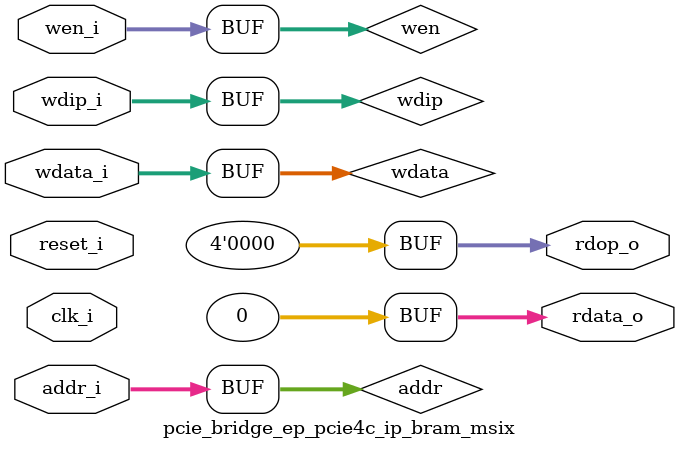
<source format=v>
`timescale 1ps/1ps

(* DowngradeIPIdentifiedWarnings = "yes" *)
module pcie_bridge_ep_pcie4c_ip_bram_msix #(

  parameter           TCQ = 100
, parameter           TO_RAM_PIPELINE="FALSE"
, parameter           FROM_RAM_PIPELINE="FALSE"
, parameter           MSIX_CAP_TABLE_SIZE=11'h0
, parameter           MSIX_TABLE_RAM_ENABLE="FALSE"

  ) (

  input  wire         clk_i,
  input  wire         reset_i,

  input  wire  [12:0] addr_i,
  input  wire  [31:0] wdata_i,
  input  wire   [3:0] wdip_i,
  input  wire   [3:0] wen_i,
  output wire  [31:0] rdata_o,
  output wire   [3:0] rdop_o

  );

  // WIP : Use Total number of functions (PFs + VFs) to calculate the NUM_BRAM_4K
  localparam integer NUM_BRAM_4K = (MSIX_TABLE_RAM_ENABLE == "TRUE") ? 8 : 0 ;
 

  reg          [12:0] addr;
  reg          [12:0] addr_p0;
  reg          [12:0] addr_p1;
  reg          [31:0] wdata;
  reg           [3:0] wdip;
  reg           [3:0] wen;
  reg          [31:0] reg_rdata;
  reg           [3:0] reg_rdop;
  wire         [31:0] rdata;
  wire          [3:0] rdop;
  genvar              i;
  wire    [(8*4)-1:0] bram_4k_wen;
  wire   [(8*32)-1:0] rdata_t;
  wire    [(8*4)-1:0] rdop_t;

  //
  // Optional input pipe stages
  //
  generate

    if (TO_RAM_PIPELINE == "TRUE") begin : TORAMPIPELINE

      always @(posedge clk_i) begin
     
        if (reset_i) begin

          addr <= #(TCQ) 13'b0;
          wdata <= #(TCQ) 32'b0;
          wdip <= #(TCQ) 4'b0;
          wen <= #(TCQ) 4'b0;

        end else begin

          addr <= #(TCQ) addr_i;
          wdata <= #(TCQ) wdata_i;
          wdip <= #(TCQ) wdip_i;
          wen <= #(TCQ) wen_i;

        end

      end

    end else begin : NOTORAMPIPELINE

      always @(*) begin

          addr = addr_i;
          wdata = wdata_i;
          wdip = wdip_i;
          wen = wen_i;

      end


    end

  endgenerate

  // 
  // Address pipeline
  //
  always @(posedge clk_i) begin
     
    if (reset_i) begin

      addr_p0 <= #(TCQ) 13'b0;
      addr_p1 <= #(TCQ) 13'b0;

    end else begin

      addr_p0 <= #(TCQ) addr;
      addr_p1 <= #(TCQ) addr_p0;

    end

  end

  //
  // Optional output pipe stages
  //
  generate

    if (FROM_RAM_PIPELINE == "TRUE") begin : FRMRAMPIPELINE


      always @(posedge clk_i) begin
     
        if (reset_i) begin

          reg_rdata <= #(TCQ) 32'b0;
          reg_rdop <= #(TCQ) 4'b0;

        end else begin

          case (addr_p1[12:10]) 
            3'b000 : begin
              reg_rdata <= #(TCQ) rdata_t[(32*(0))+31:(32*(0))+0];
              reg_rdop <= #(TCQ) rdop_t[(4*(0))+3:(4*(0))+0];
            end
            3'b001 : begin
              reg_rdata <= #(TCQ) rdata_t[(32*(1))+31:(32*(1))+0];
              reg_rdop <= #(TCQ) rdop_t[(4*(1))+3:(4*(1))+0];
            end
            3'b010 : begin
              reg_rdata <= #(TCQ) rdata_t[(32*(2))+31:(32*(2))+0];
              reg_rdop <= #(TCQ) rdop_t[(4*(2))+3:(4*(2))+0];
            end
            3'b011 : begin
              reg_rdata <= #(TCQ) rdata_t[(32*(3))+31:(32*(3))+0];
              reg_rdop <= #(TCQ) rdop_t[(4*(3))+3:(4*(3))+0];
            end
            3'b100 : begin
              reg_rdata <= #(TCQ) rdata_t[(32*(4))+31:(32*(4))+0];
              reg_rdop <= #(TCQ) rdop_t[(4*(4))+3:(4*(4))+0];
            end
            3'b101 : begin
              reg_rdata <= #(TCQ) rdata_t[(32*(5))+31:(32*(5))+0];
              reg_rdop <= #(TCQ) rdop_t[(4*(5))+3:(4*(5))+0];
            end
            3'b110 : begin
              reg_rdata <= #(TCQ) rdata_t[(32*(6))+31:(32*(6))+0];
              reg_rdop <= #(TCQ) rdop_t[(4*(6))+3:(4*(6))+0];
            end
            3'b111 : begin
              reg_rdata <= #(TCQ) rdata_t[(32*(7))+31:(32*(7))+0];
              reg_rdop <= #(TCQ) rdop_t[(4*(7))+3:(4*(7))+0];
            end
          endcase

        end

      end

    end else begin : NOFRMRAMPIPELINE

      always @(*) begin

          case (addr_p1[12:10]) 
            3'b000 : begin
              reg_rdata <= #(TCQ) rdata_t[(32*(0))+31:(32*(0))+0];
              reg_rdop <= #(TCQ) rdop_t[(4*(0))+3:(4*(0))+0];
            end
            3'b001 : begin
              reg_rdata <= #(TCQ) rdata_t[(32*(1))+31:(32*(1))+0];
              reg_rdop <= #(TCQ) rdop_t[(4*(1))+3:(4*(1))+0];
            end
            3'b010 : begin
              reg_rdata <= #(TCQ) rdata_t[(32*(2))+31:(32*(2))+0];
              reg_rdop <= #(TCQ) rdop_t[(4*(2))+3:(4*(2))+0];
            end
            3'b011 : begin
              reg_rdata <= #(TCQ) rdata_t[(32*(3))+31:(32*(3))+0];
              reg_rdop <= #(TCQ) rdop_t[(4*(3))+3:(4*(3))+0];
            end
            3'b100 : begin
              reg_rdata <= #(TCQ) rdata_t[(32*(4))+31:(32*(4))+0];
              reg_rdop <= #(TCQ) rdop_t[(4*(4))+3:(4*(4))+0];
            end
            3'b101 : begin
              reg_rdata <= #(TCQ) rdata_t[(32*(5))+31:(32*(5))+0];
              reg_rdop <= #(TCQ) rdop_t[(4*(5))+3:(4*(5))+0];
            end
            3'b110 : begin
              reg_rdata <= #(TCQ) rdata_t[(32*(6))+31:(32*(6))+0];
              reg_rdop <= #(TCQ) rdop_t[(4*(6))+3:(4*(6))+0];
            end
            3'b111 : begin
              reg_rdata <= #(TCQ) rdata_t[(32*(7))+31:(32*(7))+0];
              reg_rdop <= #(TCQ) rdop_t[(4*(7))+3:(4*(7))+0];
            end
          endcase

      end

    end
  
  endgenerate

  assign rdata_o = (MSIX_TABLE_RAM_ENABLE == "TRUE") ?  reg_rdata : 32'h0;
  assign rdop_o = (MSIX_TABLE_RAM_ENABLE == "TRUE") ? reg_rdop : 4'h0;

  generate 
  
    for (i=0; i<NUM_BRAM_4K; i=i+1) begin : BRAM4K

      pcie_bridge_ep_pcie4c_ip_bram_4k_int #(
          .TCQ(TCQ)
        )
        bram_4k_int (
    
          .clk_i (clk_i),
          .reset_i (reset_i),
    
          .addr_i(addr[9:0]),
          .wdata_i(wdata),
          .wdip_i(wdip),
          .wen_i(bram_4k_wen[(4*(i))+3:(4*(i))+0]),
          .rdata_o(rdata_t[(32*i)+31:(32*i)+0]),
          .rdop_o(rdop_t[(4*i)+3:(4*i)+0]),
          .baddr_i(10'b0),
          .brdata_o()

      );
      assign bram_4k_wen[(4*(i))+3:(4*(i))+0] = wen & {4{(i == addr[12:10])}};  
      
    end

  endgenerate

endmodule

</source>
